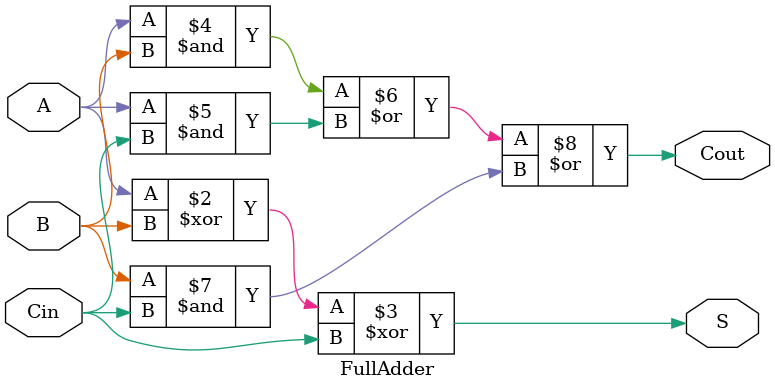
<source format=v>
`timescale 1ns / 1ps

module FullAdder(A, B, Cin, S, Cout);

    input A, B, Cin;
    output reg S, Cout;

    always @(A, B, Cin) begin
        S <= A ^ B ^ Cin;
        Cout <= (A & B) | (A & Cin) | (B & Cin);
    end

endmodule


</source>
